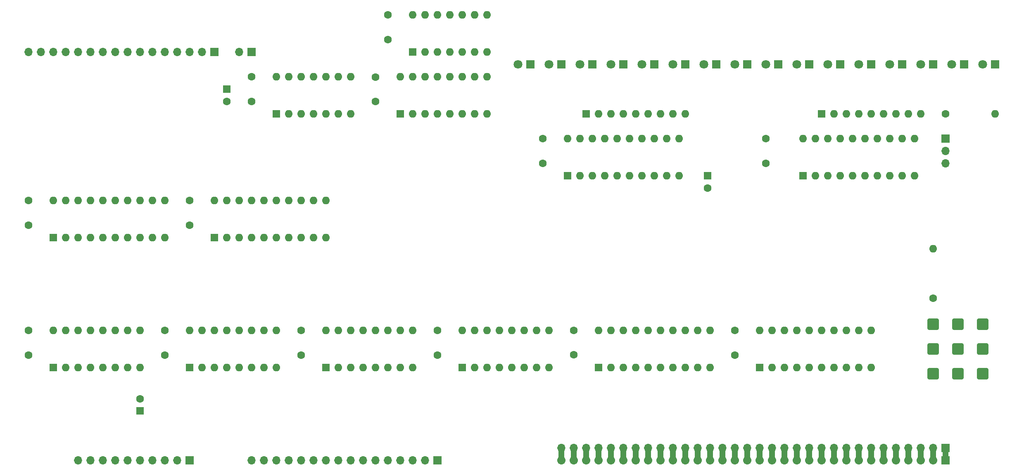
<source format=gbs>
G04 #@! TF.GenerationSoftware,KiCad,Pcbnew,(7.0.0)*
G04 #@! TF.CreationDate,2024-11-17T17:31:49-08:00*
G04 #@! TF.ProjectId,offset_preset_counter,6f666673-6574-45f7-9072-657365745f63,rev?*
G04 #@! TF.SameCoordinates,Original*
G04 #@! TF.FileFunction,Soldermask,Bot*
G04 #@! TF.FilePolarity,Negative*
%FSLAX46Y46*%
G04 Gerber Fmt 4.6, Leading zero omitted, Abs format (unit mm)*
G04 Created by KiCad (PCBNEW (7.0.0)) date 2024-11-17 17:31:49*
%MOMM*%
%LPD*%
G01*
G04 APERTURE LIST*
G04 Aperture macros list*
%AMRoundRect*
0 Rectangle with rounded corners*
0 $1 Rounding radius*
0 $2 $3 $4 $5 $6 $7 $8 $9 X,Y pos of 4 corners*
0 Add a 4 corners polygon primitive as box body*
4,1,4,$2,$3,$4,$5,$6,$7,$8,$9,$2,$3,0*
0 Add four circle primitives for the rounded corners*
1,1,$1+$1,$2,$3*
1,1,$1+$1,$4,$5*
1,1,$1+$1,$6,$7*
1,1,$1+$1,$8,$9*
0 Add four rect primitives between the rounded corners*
20,1,$1+$1,$2,$3,$4,$5,0*
20,1,$1+$1,$4,$5,$6,$7,0*
20,1,$1+$1,$6,$7,$8,$9,0*
20,1,$1+$1,$8,$9,$2,$3,0*%
%AMFreePoly0*
4,1,13,0.850000,-0.850000,-0.850000,-0.850000,-0.850000,-0.558000,-1.778000,-0.558000,-1.813355,-0.543355,-1.828000,-0.508000,-1.828000,0.508000,-1.813355,0.543355,-1.778000,0.558000,-0.850000,0.558000,-0.850000,0.850000,0.850000,0.850000,0.850000,-0.850000,0.850000,-0.850000,$1*%
%AMFreePoly1*
4,1,32,0.262664,0.808398,0.425000,0.736122,0.568761,0.631673,0.687664,0.499617,0.776514,0.345726,0.831425,0.176725,0.850000,0.000000,0.831425,-0.176725,0.776514,-0.345726,0.687664,-0.499617,0.568761,-0.631673,0.425000,-0.736122,0.262664,-0.808398,0.088849,-0.845344,-0.088849,-0.845344,-0.262664,-0.808398,-0.425000,-0.736122,-0.568761,-0.631673,-0.635096,-0.558000,-2.032000,-0.558000,
-2.067355,-0.543355,-2.082000,-0.508000,-2.082000,0.508000,-2.067355,0.543355,-2.032000,0.558000,-0.635096,0.558000,-0.568761,0.631673,-0.425000,0.736122,-0.262664,0.808398,-0.088849,0.845344,0.088849,0.845344,0.262664,0.808398,0.262664,0.808398,$1*%
G04 Aperture macros list end*
%ADD10C,1.600000*%
%ADD11R,1.800000X1.800000*%
%ADD12C,1.800000*%
%ADD13R,1.600000X1.600000*%
%ADD14O,1.600000X1.600000*%
%ADD15RoundRect,0.250001X-0.899999X-0.899999X0.899999X-0.899999X0.899999X0.899999X-0.899999X0.899999X0*%
%ADD16R,1.700000X1.700000*%
%ADD17O,1.700000X1.700000*%
%ADD18FreePoly0,270.000000*%
%ADD19FreePoly1,270.000000*%
G04 APERTURE END LIST*
D10*
X165100000Y-118030000D03*
X165100000Y-123030000D03*
X137160000Y-123110000D03*
X137160000Y-118110000D03*
X109220000Y-123110000D03*
X109220000Y-118110000D03*
X81280000Y-123110000D03*
X81280000Y-118110000D03*
X53340000Y-123110000D03*
X53340000Y-118110000D03*
X127000000Y-58340000D03*
X127000000Y-53340000D03*
D11*
X251459999Y-63499999D03*
D12*
X248920000Y-63500000D03*
D11*
X245109999Y-63499999D03*
D12*
X242570000Y-63500000D03*
D11*
X238759999Y-63499999D03*
D12*
X236220000Y-63500000D03*
D11*
X232409999Y-63499999D03*
D12*
X229870000Y-63500000D03*
D11*
X226059999Y-63499999D03*
D12*
X223520000Y-63500000D03*
D11*
X219709999Y-63499999D03*
D12*
X217170000Y-63500000D03*
D11*
X213359999Y-63499999D03*
D12*
X210820000Y-63500000D03*
D11*
X207009999Y-63499999D03*
D12*
X204470000Y-63500000D03*
D11*
X200659999Y-63499999D03*
D12*
X198120000Y-63500000D03*
D11*
X194309999Y-63499999D03*
D12*
X191770000Y-63500000D03*
D11*
X187959999Y-63499999D03*
D12*
X185420000Y-63500000D03*
D11*
X181609999Y-63499999D03*
D12*
X179070000Y-63500000D03*
D11*
X175259999Y-63499999D03*
D12*
X172720000Y-63500000D03*
D11*
X168909999Y-63499999D03*
D12*
X166370000Y-63500000D03*
D11*
X162559999Y-63499999D03*
D12*
X160020000Y-63500000D03*
D11*
X156209999Y-63499999D03*
D12*
X153670000Y-63500000D03*
D13*
X132079999Y-60959999D03*
D14*
X134619999Y-60959999D03*
X137159999Y-60959999D03*
X139699999Y-60959999D03*
X142239999Y-60959999D03*
X144779999Y-60959999D03*
X147319999Y-60959999D03*
X147319999Y-53339999D03*
X144779999Y-53339999D03*
X142239999Y-53339999D03*
X139699999Y-53339999D03*
X137159999Y-53339999D03*
X134619999Y-53339999D03*
X132079999Y-53339999D03*
D10*
X198120000Y-118110000D03*
X198120000Y-123110000D03*
X204470000Y-78740000D03*
X204470000Y-83740000D03*
X158750000Y-78740000D03*
X158750000Y-83740000D03*
D13*
X167639999Y-73659999D03*
D14*
X170179999Y-73659999D03*
X172719999Y-73659999D03*
X175259999Y-73659999D03*
X177799999Y-73659999D03*
X180339999Y-73659999D03*
X182879999Y-73659999D03*
X185419999Y-73659999D03*
X187959999Y-73659999D03*
D13*
X215899999Y-73659999D03*
D14*
X218439999Y-73659999D03*
X220979999Y-73659999D03*
X223519999Y-73659999D03*
X226059999Y-73659999D03*
X228599999Y-73659999D03*
X231139999Y-73659999D03*
X233679999Y-73659999D03*
X236219999Y-73659999D03*
D10*
X241300000Y-73660000D03*
D14*
X251459999Y-73659999D03*
D10*
X238760000Y-111506000D03*
D14*
X238759999Y-101345999D03*
D13*
X142239999Y-125729999D03*
D14*
X144779999Y-125729999D03*
X147319999Y-125729999D03*
X149859999Y-125729999D03*
X152399999Y-125729999D03*
X154939999Y-125729999D03*
X157479999Y-125729999D03*
X160019999Y-125729999D03*
X160019999Y-118109999D03*
X157479999Y-118109999D03*
X154939999Y-118109999D03*
X152399999Y-118109999D03*
X149859999Y-118109999D03*
X147319999Y-118109999D03*
X144779999Y-118109999D03*
X142239999Y-118109999D03*
D13*
X170179999Y-125729999D03*
D14*
X172719999Y-125729999D03*
X175259999Y-125729999D03*
X177799999Y-125729999D03*
X180339999Y-125729999D03*
X182879999Y-125729999D03*
X185419999Y-125729999D03*
X187959999Y-125729999D03*
X190499999Y-125729999D03*
X193039999Y-125729999D03*
X193039999Y-118109999D03*
X190499999Y-118109999D03*
X187959999Y-118109999D03*
X185419999Y-118109999D03*
X182879999Y-118109999D03*
X180339999Y-118109999D03*
X177799999Y-118109999D03*
X175259999Y-118109999D03*
X172719999Y-118109999D03*
X170179999Y-118109999D03*
D15*
X238760000Y-116840000D03*
D13*
X76199999Y-134619999D03*
D10*
X76200000Y-132120000D03*
D13*
X91439999Y-99059999D03*
D14*
X93979999Y-99059999D03*
X96519999Y-99059999D03*
X99059999Y-99059999D03*
X101599999Y-99059999D03*
X104139999Y-99059999D03*
X106679999Y-99059999D03*
X109219999Y-99059999D03*
X111759999Y-99059999D03*
X114299999Y-99059999D03*
X114299999Y-91439999D03*
X111759999Y-91439999D03*
X109219999Y-91439999D03*
X106679999Y-91439999D03*
X104139999Y-91439999D03*
X101599999Y-91439999D03*
X99059999Y-91439999D03*
X96519999Y-91439999D03*
X93979999Y-91439999D03*
X91439999Y-91439999D03*
D16*
X137159999Y-144779999D03*
D17*
X134619999Y-144779999D03*
X132079999Y-144779999D03*
X129539999Y-144779999D03*
X126999999Y-144779999D03*
X124459999Y-144779999D03*
X121919999Y-144779999D03*
X119379999Y-144779999D03*
X116839999Y-144779999D03*
X114299999Y-144779999D03*
X111759999Y-144779999D03*
X109219999Y-144779999D03*
X106679999Y-144779999D03*
X104139999Y-144779999D03*
X101599999Y-144779999D03*
X99059999Y-144779999D03*
D15*
X248920000Y-121920000D03*
X248920000Y-116840000D03*
D13*
X129539999Y-73659999D03*
D14*
X132079999Y-73659999D03*
X134619999Y-73659999D03*
X137159999Y-73659999D03*
X139699999Y-73659999D03*
X142239999Y-73659999D03*
X144779999Y-73659999D03*
X147319999Y-73659999D03*
X147319999Y-66039999D03*
X144779999Y-66039999D03*
X142239999Y-66039999D03*
X139699999Y-66039999D03*
X137159999Y-66039999D03*
X134619999Y-66039999D03*
X132079999Y-66039999D03*
X129539999Y-66039999D03*
D10*
X53340000Y-96440000D03*
X53340000Y-91440000D03*
X99060000Y-71040000D03*
X99060000Y-66040000D03*
D15*
X238760000Y-121920000D03*
D13*
X203199999Y-125729999D03*
D14*
X205739999Y-125729999D03*
X208279999Y-125729999D03*
X210819999Y-125729999D03*
X213359999Y-125729999D03*
X215899999Y-125729999D03*
X218439999Y-125729999D03*
X220979999Y-125729999D03*
X223519999Y-125729999D03*
X226059999Y-125729999D03*
X226059999Y-118109999D03*
X223519999Y-118109999D03*
X220979999Y-118109999D03*
X218439999Y-118109999D03*
X215899999Y-118109999D03*
X213359999Y-118109999D03*
X210819999Y-118109999D03*
X208279999Y-118109999D03*
X205739999Y-118109999D03*
X203199999Y-118109999D03*
D16*
X86359999Y-144779999D03*
D17*
X83819999Y-144779999D03*
X81279999Y-144779999D03*
X78739999Y-144779999D03*
X76199999Y-144779999D03*
X73659999Y-144779999D03*
X71119999Y-144779999D03*
X68579999Y-144779999D03*
X66039999Y-144779999D03*
X63499999Y-144779999D03*
D13*
X58419999Y-99059999D03*
D14*
X60959999Y-99059999D03*
X63499999Y-99059999D03*
X66039999Y-99059999D03*
X68579999Y-99059999D03*
X71119999Y-99059999D03*
X73659999Y-99059999D03*
X76199999Y-99059999D03*
X78739999Y-99059999D03*
X81279999Y-99059999D03*
X81279999Y-91439999D03*
X78739999Y-91439999D03*
X76199999Y-91439999D03*
X73659999Y-91439999D03*
X71119999Y-91439999D03*
X68579999Y-91439999D03*
X66039999Y-91439999D03*
X63499999Y-91439999D03*
X60959999Y-91439999D03*
X58419999Y-91439999D03*
D15*
X238760000Y-127000000D03*
D16*
X241299999Y-142239999D03*
D18*
X241300000Y-144780000D03*
D17*
X238759999Y-142239999D03*
D19*
X238760000Y-144780000D03*
D17*
X236219999Y-142239999D03*
D19*
X236220000Y-144780000D03*
D17*
X233679999Y-142239999D03*
D19*
X233680000Y-144780000D03*
D17*
X231139999Y-142239999D03*
D19*
X231140000Y-144780000D03*
D17*
X228599999Y-142239999D03*
D19*
X228600000Y-144780000D03*
D17*
X226059999Y-142239999D03*
D19*
X226060000Y-144780000D03*
D17*
X223519999Y-142239999D03*
D19*
X223520000Y-144780000D03*
D17*
X220979999Y-142239999D03*
D19*
X220980000Y-144780000D03*
D17*
X218439999Y-142239999D03*
D19*
X218440000Y-144780000D03*
D17*
X215899999Y-142239999D03*
D19*
X215900000Y-144780000D03*
D17*
X213359999Y-142239999D03*
D19*
X213360000Y-144780000D03*
D17*
X210819999Y-142239999D03*
D19*
X210820000Y-144780000D03*
D17*
X208279999Y-142239999D03*
D19*
X208280000Y-144780000D03*
D17*
X205739999Y-142239999D03*
D19*
X205740000Y-144780000D03*
D17*
X203199999Y-142239999D03*
D19*
X203200000Y-144780000D03*
D17*
X200659999Y-142239999D03*
D19*
X200660000Y-144780000D03*
D17*
X198119999Y-142239999D03*
D19*
X198120000Y-144780000D03*
D17*
X195579999Y-142239999D03*
D19*
X195580000Y-144780000D03*
D17*
X193039999Y-142239999D03*
D19*
X193040000Y-144780000D03*
D17*
X190499999Y-142239999D03*
D19*
X190500000Y-144780000D03*
D17*
X187959999Y-142239999D03*
D19*
X187960000Y-144780000D03*
D17*
X185419999Y-142239999D03*
D19*
X185420000Y-144780000D03*
D17*
X182879999Y-142239999D03*
D19*
X182880000Y-144780000D03*
D17*
X180339999Y-142239999D03*
D19*
X180340000Y-144780000D03*
D17*
X177799999Y-142239999D03*
D19*
X177800000Y-144780000D03*
D17*
X175259999Y-142239999D03*
D19*
X175260000Y-144780000D03*
D17*
X172719999Y-142239999D03*
D19*
X172720000Y-144780000D03*
D17*
X170179999Y-142239999D03*
D19*
X170180000Y-144780000D03*
D17*
X167639999Y-142239999D03*
D19*
X167640000Y-144780000D03*
D17*
X165099999Y-142239999D03*
D19*
X165100000Y-144780000D03*
D17*
X162559999Y-142239999D03*
D19*
X162560000Y-144780000D03*
D13*
X104139999Y-73659999D03*
D14*
X106679999Y-73659999D03*
X109219999Y-73659999D03*
X111759999Y-73659999D03*
X114299999Y-73659999D03*
X116839999Y-73659999D03*
X119379999Y-73659999D03*
X119379999Y-66039999D03*
X116839999Y-66039999D03*
X114299999Y-66039999D03*
X111759999Y-66039999D03*
X109219999Y-66039999D03*
X106679999Y-66039999D03*
X104139999Y-66039999D03*
D16*
X99059999Y-60959999D03*
D17*
X96519999Y-60959999D03*
D10*
X86360000Y-96440000D03*
X86360000Y-91440000D03*
D15*
X243840000Y-116840000D03*
D13*
X86359999Y-125729999D03*
D14*
X88899999Y-125729999D03*
X91439999Y-125729999D03*
X93979999Y-125729999D03*
X96519999Y-125729999D03*
X99059999Y-125729999D03*
X101599999Y-125729999D03*
X104139999Y-125729999D03*
X104139999Y-118109999D03*
X101599999Y-118109999D03*
X99059999Y-118109999D03*
X96519999Y-118109999D03*
X93979999Y-118109999D03*
X91439999Y-118109999D03*
X88899999Y-118109999D03*
X86359999Y-118109999D03*
D13*
X114299999Y-125729999D03*
D14*
X116839999Y-125729999D03*
X119379999Y-125729999D03*
X121919999Y-125729999D03*
X124459999Y-125729999D03*
X126999999Y-125729999D03*
X129539999Y-125729999D03*
X132079999Y-125729999D03*
X132079999Y-118109999D03*
X129539999Y-118109999D03*
X126999999Y-118109999D03*
X124459999Y-118109999D03*
X121919999Y-118109999D03*
X119379999Y-118109999D03*
X116839999Y-118109999D03*
X114299999Y-118109999D03*
D16*
X91439999Y-60959999D03*
D17*
X88899999Y-60959999D03*
X86359999Y-60959999D03*
X83819999Y-60959999D03*
X81279999Y-60959999D03*
X78739999Y-60959999D03*
X76199999Y-60959999D03*
X73659999Y-60959999D03*
X71119999Y-60959999D03*
X68579999Y-60959999D03*
X66039999Y-60959999D03*
X63499999Y-60959999D03*
X60959999Y-60959999D03*
X58419999Y-60959999D03*
X55879999Y-60959999D03*
X53339999Y-60959999D03*
D13*
X58419999Y-125729999D03*
D14*
X60959999Y-125729999D03*
X63499999Y-125729999D03*
X66039999Y-125729999D03*
X68579999Y-125729999D03*
X71119999Y-125729999D03*
X73659999Y-125729999D03*
X76199999Y-125729999D03*
X76199999Y-118109999D03*
X73659999Y-118109999D03*
X71119999Y-118109999D03*
X68579999Y-118109999D03*
X66039999Y-118109999D03*
X63499999Y-118109999D03*
X60959999Y-118109999D03*
X58419999Y-118109999D03*
D13*
X93979999Y-68579999D03*
D10*
X93980000Y-71080000D03*
X124460000Y-71120000D03*
X124460000Y-66120000D03*
D13*
X212089999Y-86359999D03*
D14*
X214629999Y-86359999D03*
X217169999Y-86359999D03*
X219709999Y-86359999D03*
X222249999Y-86359999D03*
X224789999Y-86359999D03*
X227329999Y-86359999D03*
X229869999Y-86359999D03*
X232409999Y-86359999D03*
X234949999Y-86359999D03*
X234949999Y-78739999D03*
X232409999Y-78739999D03*
X229869999Y-78739999D03*
X227329999Y-78739999D03*
X224789999Y-78739999D03*
X222249999Y-78739999D03*
X219709999Y-78739999D03*
X217169999Y-78739999D03*
X214629999Y-78739999D03*
X212089999Y-78739999D03*
D15*
X248920000Y-127000000D03*
D13*
X163829999Y-86359999D03*
D14*
X166369999Y-86359999D03*
X168909999Y-86359999D03*
X171449999Y-86359999D03*
X173989999Y-86359999D03*
X176529999Y-86359999D03*
X179069999Y-86359999D03*
X181609999Y-86359999D03*
X184149999Y-86359999D03*
X186689999Y-86359999D03*
X186689999Y-78739999D03*
X184149999Y-78739999D03*
X181609999Y-78739999D03*
X179069999Y-78739999D03*
X176529999Y-78739999D03*
X173989999Y-78739999D03*
X171449999Y-78739999D03*
X168909999Y-78739999D03*
X166369999Y-78739999D03*
X163829999Y-78739999D03*
D15*
X243840000Y-121920000D03*
X243840000Y-127000000D03*
D16*
X241299999Y-78739999D03*
D17*
X241299999Y-81279999D03*
X241299999Y-83819999D03*
D13*
X192531999Y-86359999D03*
D10*
X192532000Y-88860000D03*
M02*

</source>
